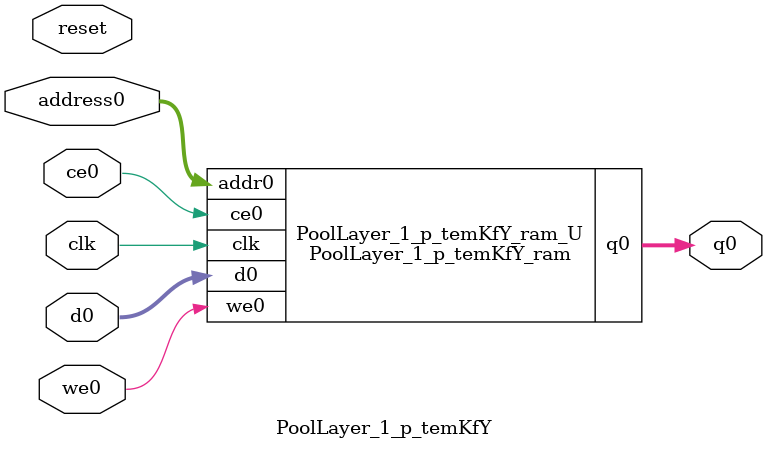
<source format=v>

`timescale 1 ns / 1 ps
module PoolLayer_1_p_temKfY_ram (addr0, ce0, d0, we0, q0,  clk);

parameter DWIDTH = 32;
parameter AWIDTH = 6;
parameter MEM_SIZE = 49;

input[AWIDTH-1:0] addr0;
input ce0;
input[DWIDTH-1:0] d0;
input we0;
output reg[DWIDTH-1:0] q0;
input clk;

(* ram_style = "block" *)reg [DWIDTH-1:0] ram[0:MEM_SIZE-1];




always @(posedge clk)  
begin 
    if (ce0) 
    begin
        if (we0) 
        begin 
            ram[addr0] <= d0; 
            q0 <= d0;
        end 
        else 
            q0 <= ram[addr0];
    end
end


endmodule


`timescale 1 ns / 1 ps
module PoolLayer_1_p_temKfY(
    reset,
    clk,
    address0,
    ce0,
    we0,
    d0,
    q0);

parameter DataWidth = 32'd32;
parameter AddressRange = 32'd49;
parameter AddressWidth = 32'd6;
input reset;
input clk;
input[AddressWidth - 1:0] address0;
input ce0;
input we0;
input[DataWidth - 1:0] d0;
output[DataWidth - 1:0] q0;



PoolLayer_1_p_temKfY_ram PoolLayer_1_p_temKfY_ram_U(
    .clk( clk ),
    .addr0( address0 ),
    .ce0( ce0 ),
    .we0( we0 ),
    .d0( d0 ),
    .q0( q0 ));

endmodule


</source>
